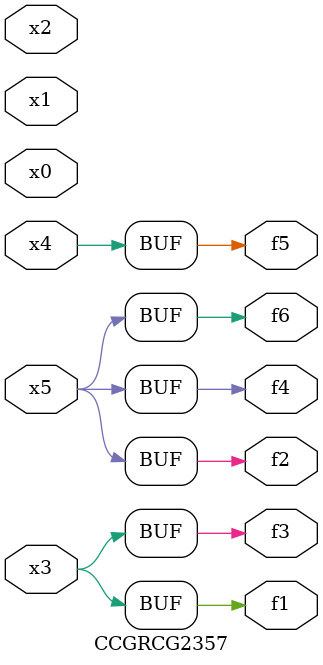
<source format=v>
module CCGRCG2357(
	input x0, x1, x2, x3, x4, x5,
	output f1, f2, f3, f4, f5, f6
);
	assign f1 = x3;
	assign f2 = x5;
	assign f3 = x3;
	assign f4 = x5;
	assign f5 = x4;
	assign f6 = x5;
endmodule

</source>
